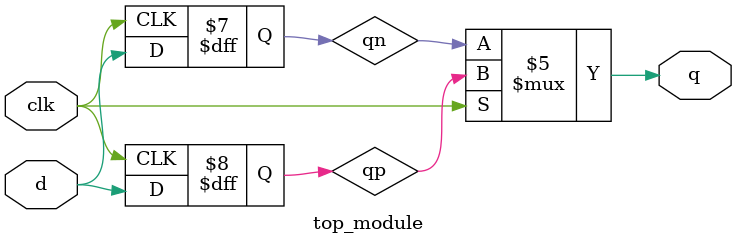
<source format=sv>
module top_module(
	input clk,
	input d,
	output reg q);

	// Declare registers qp and qn
	reg qp;
	reg qn;
	
	always @(posedge clk) begin
		// Update register qp with value of d when clk is positive
		qp <= d;
	end
	
	always @(negedge clk) begin
		// Update register qn with value of d when clk is negative
		qn <= d;
	end
	
	always @(clk) begin
		// Assign value of qp to output q when clk is positive
		if (clk)
			q <= qp;
		// Assign value of qn to output q when clk is negative
		else
			q <= qn;
	end
	
endmodule

</source>
